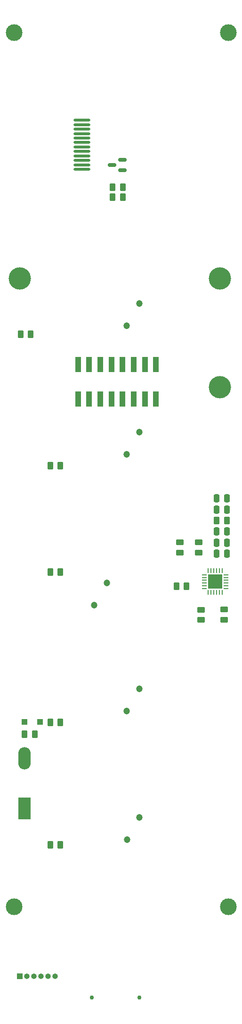
<source format=gbs>
%TF.GenerationSoftware,KiCad,Pcbnew,7.0.2*%
%TF.CreationDate,2023-05-22T14:24:39+07:00*%
%TF.ProjectId,ph_portable_refrigerator_display_hw_v2,70685f70-6f72-4746-9162-6c655f726566,rev?*%
%TF.SameCoordinates,Original*%
%TF.FileFunction,Soldermask,Bot*%
%TF.FilePolarity,Negative*%
%FSLAX46Y46*%
G04 Gerber Fmt 4.6, Leading zero omitted, Abs format (unit mm)*
G04 Created by KiCad (PCBNEW 7.0.2) date 2023-05-22 14:24:39*
%MOMM*%
%LPD*%
G01*
G04 APERTURE LIST*
G04 Aperture macros list*
%AMRoundRect*
0 Rectangle with rounded corners*
0 $1 Rounding radius*
0 $2 $3 $4 $5 $6 $7 $8 $9 X,Y pos of 4 corners*
0 Add a 4 corners polygon primitive as box body*
4,1,4,$2,$3,$4,$5,$6,$7,$8,$9,$2,$3,0*
0 Add four circle primitives for the rounded corners*
1,1,$1+$1,$2,$3*
1,1,$1+$1,$4,$5*
1,1,$1+$1,$6,$7*
1,1,$1+$1,$8,$9*
0 Add four rect primitives between the rounded corners*
20,1,$1+$1,$2,$3,$4,$5,0*
20,1,$1+$1,$4,$5,$6,$7,0*
20,1,$1+$1,$6,$7,$8,$9,0*
20,1,$1+$1,$8,$9,$2,$3,0*%
G04 Aperture macros list end*
%ADD10R,1.000000X1.000000*%
%ADD11O,1.000000X1.000000*%
%ADD12C,1.200000*%
%ADD13C,0.750000*%
%ADD14C,4.000000*%
%ADD15C,3.000000*%
%ADD16O,3.000000X0.500000*%
%ADD17R,2.224000X4.000000*%
%ADD18O,2.224000X4.000000*%
%ADD19RoundRect,0.250000X0.262500X0.450000X-0.262500X0.450000X-0.262500X-0.450000X0.262500X-0.450000X0*%
%ADD20RoundRect,0.250000X-0.250000X-0.475000X0.250000X-0.475000X0.250000X0.475000X-0.250000X0.475000X0*%
%ADD21RoundRect,0.062500X-0.350000X-0.062500X0.350000X-0.062500X0.350000X0.062500X-0.350000X0.062500X0*%
%ADD22RoundRect,0.062500X-0.062500X-0.350000X0.062500X-0.350000X0.062500X0.350000X-0.062500X0.350000X0*%
%ADD23R,2.600000X2.600000*%
%ADD24RoundRect,0.250000X-0.262500X-0.450000X0.262500X-0.450000X0.262500X0.450000X-0.262500X0.450000X0*%
%ADD25RoundRect,0.250000X-0.450000X0.262500X-0.450000X-0.262500X0.450000X-0.262500X0.450000X0.262500X0*%
%ADD26RoundRect,0.250000X0.450000X-0.262500X0.450000X0.262500X-0.450000X0.262500X-0.450000X-0.262500X0*%
%ADD27RoundRect,0.150000X0.587500X0.150000X-0.587500X0.150000X-0.587500X-0.150000X0.587500X-0.150000X0*%
%ADD28RoundRect,0.250000X0.300000X0.300000X-0.300000X0.300000X-0.300000X-0.300000X0.300000X-0.300000X0*%
%ADD29RoundRect,0.250000X0.250000X0.475000X-0.250000X0.475000X-0.250000X-0.475000X0.250000X-0.475000X0*%
%ADD30R,1.000000X2.750000*%
G04 APERTURE END LIST*
D10*
%TO.C,J2*%
X39510000Y-193975000D03*
D11*
X40780000Y-193975000D03*
X42050000Y-193975000D03*
X43320000Y-193975000D03*
X44590000Y-193975000D03*
X45860000Y-193975000D03*
%TD*%
D12*
%TO.C,J3*%
X61026911Y-96504624D03*
X58776911Y-100504624D03*
%TD*%
D13*
%TO.C,J1*%
X52500000Y-197775000D03*
X61000000Y-197775000D03*
%TD*%
D12*
%TO.C,J5*%
X61056911Y-165514624D03*
X58806911Y-169514624D03*
%TD*%
D14*
%TO.C,REF\u002A\u002A*%
X75500000Y-88500000D03*
%TD*%
%TO.C,REF\u002A\u002A*%
X75500000Y-69000000D03*
%TD*%
D12*
%TO.C,J2*%
X52930686Y-127515373D03*
X55180686Y-123515373D03*
%TD*%
D15*
%TO.C,REF\u002A\u002A*%
X77000000Y-181500000D03*
%TD*%
D12*
%TO.C,J4*%
X61026911Y-73504624D03*
X58776911Y-77504624D03*
%TD*%
D15*
%TO.C,REF\u002A\u002A*%
X38500000Y-181500000D03*
%TD*%
D14*
%TO.C,REF\u002A\u002A*%
X39500000Y-69000000D03*
%TD*%
D12*
%TO.C,J1*%
X61026911Y-142504624D03*
X58776911Y-146504624D03*
%TD*%
D15*
%TO.C,REF\u002A\u002A*%
X77000000Y-25000000D03*
%TD*%
%TO.C,REF\u002A\u002A*%
X38500000Y-25000000D03*
%TD*%
D16*
%TO.C,J6*%
X50727500Y-49447500D03*
X50727500Y-48647500D03*
X50727500Y-47847500D03*
X50727500Y-47047500D03*
X50727500Y-46247500D03*
X50727500Y-45447500D03*
X50727500Y-44647500D03*
X50727500Y-43847500D03*
X50727500Y-43047500D03*
X50727500Y-42247500D03*
X50727500Y-41447500D03*
X50727500Y-40647500D03*
%TD*%
D17*
%TO.C,BZ1*%
X40330000Y-163936000D03*
D18*
X40330000Y-154936000D03*
%TD*%
D19*
%TO.C,R13*%
X76762500Y-112350000D03*
X74937500Y-112350000D03*
%TD*%
D20*
%TO.C,C2*%
X74900000Y-118250000D03*
X76800000Y-118250000D03*
%TD*%
D21*
%TO.C,U1*%
X72712500Y-124550000D03*
X72712500Y-124050000D03*
X72712500Y-123550000D03*
X72712500Y-123050000D03*
X72712500Y-122550000D03*
X72712500Y-122050000D03*
D22*
X73400000Y-121362500D03*
X73900000Y-121362500D03*
X74400000Y-121362500D03*
X74900000Y-121362500D03*
X75400000Y-121362500D03*
X75900000Y-121362500D03*
D21*
X76587500Y-122050000D03*
X76587500Y-122550000D03*
X76587500Y-123050000D03*
X76587500Y-123550000D03*
X76587500Y-124050000D03*
X76587500Y-124550000D03*
D22*
X75900000Y-125237500D03*
X75400000Y-125237500D03*
X74900000Y-125237500D03*
X74400000Y-125237500D03*
X73900000Y-125237500D03*
X73400000Y-125237500D03*
D23*
X74650000Y-123300000D03*
%TD*%
D24*
%TO.C,R7*%
X67687500Y-124150000D03*
X69512500Y-124150000D03*
%TD*%
D20*
%TO.C,C3*%
X74900000Y-114300000D03*
X76800000Y-114300000D03*
%TD*%
D25*
%TO.C,R8*%
X68300000Y-116237500D03*
X68300000Y-118062500D03*
%TD*%
D26*
%TO.C,R10*%
X76250000Y-130112500D03*
X76250000Y-128287500D03*
%TD*%
D24*
%TO.C,R2*%
X44987500Y-121550000D03*
X46812500Y-121550000D03*
%TD*%
D27*
%TO.C,Q1*%
X57987500Y-47725000D03*
X57987500Y-49625000D03*
X56112500Y-48675000D03*
%TD*%
D19*
%TO.C,R12*%
X58037500Y-52625000D03*
X56212500Y-52625000D03*
%TD*%
D28*
%TO.C,D6*%
X43200000Y-148450000D03*
X40400000Y-148450000D03*
%TD*%
D24*
%TO.C,R3*%
X44987500Y-102500000D03*
X46812500Y-102500000D03*
%TD*%
%TO.C,R4*%
X39675000Y-78950000D03*
X41500000Y-78950000D03*
%TD*%
D29*
%TO.C,C5*%
X76800000Y-110400000D03*
X74900000Y-110400000D03*
%TD*%
D20*
%TO.C,C1*%
X74900000Y-116300000D03*
X76800000Y-116300000D03*
%TD*%
D26*
%TO.C,R6*%
X72100000Y-130162500D03*
X72100000Y-128337500D03*
%TD*%
D24*
%TO.C,R1*%
X44987500Y-148500000D03*
X46812500Y-148500000D03*
%TD*%
D30*
%TO.C,J9*%
X50000000Y-90625000D03*
X50000000Y-84375000D03*
X52000000Y-90625000D03*
X52000000Y-84375000D03*
X54000000Y-90625000D03*
X54000000Y-84375000D03*
X56000000Y-90625000D03*
X56000000Y-84375000D03*
X58000000Y-90625000D03*
X58000000Y-84375000D03*
X60000000Y-90625000D03*
X60000000Y-84375000D03*
X62000000Y-90625000D03*
X62000000Y-84375000D03*
X64000000Y-90625000D03*
X64000000Y-84375000D03*
%TD*%
D25*
%TO.C,R9*%
X71650000Y-116237500D03*
X71650000Y-118062500D03*
%TD*%
D24*
%TO.C,R11*%
X56212500Y-54475000D03*
X58037500Y-54475000D03*
%TD*%
D29*
%TO.C,C4*%
X76800000Y-108400000D03*
X74900000Y-108400000D03*
%TD*%
D19*
%TO.C,R14*%
X42212500Y-150600000D03*
X40387500Y-150600000D03*
%TD*%
D24*
%TO.C,R5*%
X44987500Y-170450000D03*
X46812500Y-170450000D03*
%TD*%
M02*

</source>
